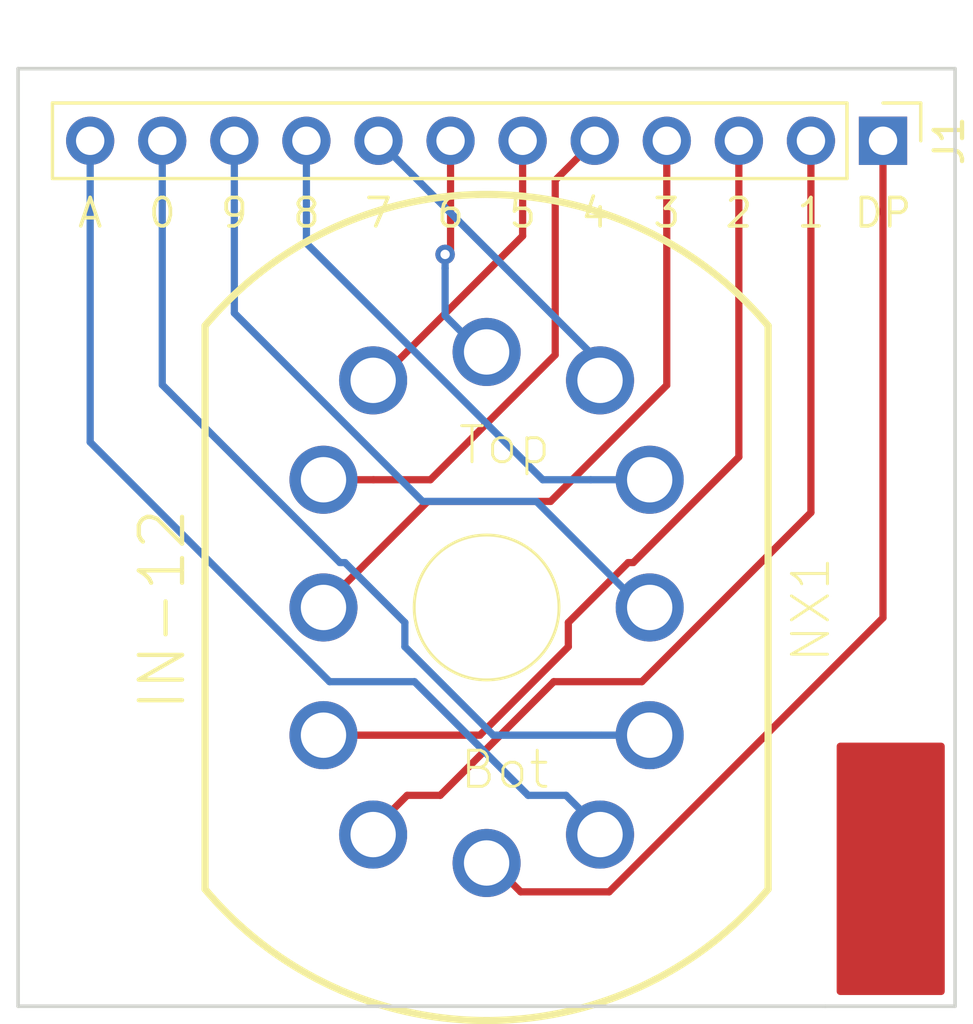
<source format=kicad_pcb>
(kicad_pcb (version 20170123) (host pcbnew "(2017-03-27 revision c7c172d36)-makepkg")

  (general
    (links 12)
    (no_connects 0)
    (area 113.4985 53.257666 148.2565 90.144442)
    (thickness 1.6)
    (drawings 18)
    (tracks 64)
    (zones 0)
    (modules 3)
    (nets 13)
  )

  (page A4)
  (layers
    (0 F.Cu signal)
    (31 B.Cu signal)
    (32 B.Adhes user)
    (33 F.Adhes user)
    (34 B.Paste user)
    (35 F.Paste user)
    (36 B.SilkS user)
    (37 F.SilkS user)
    (38 B.Mask user)
    (39 F.Mask user)
    (40 Dwgs.User user)
    (41 Cmts.User user)
    (42 Eco1.User user)
    (43 Eco2.User user)
    (44 Edge.Cuts user)
    (45 Margin user)
    (46 B.CrtYd user)
    (47 F.CrtYd user)
    (48 B.Fab user)
    (49 F.Fab user)
  )

  (setup
    (last_trace_width 0.254)
    (user_trace_width 0.1524)
    (user_trace_width 0.2)
    (user_trace_width 0.25)
    (user_trace_width 0.3)
    (user_trace_width 0.4)
    (user_trace_width 0.5)
    (user_trace_width 0.6)
    (user_trace_width 0.8)
    (user_trace_width 1)
    (user_trace_width 1.2)
    (user_trace_width 1.5)
    (user_trace_width 2)
    (trace_clearance 0.254)
    (zone_clearance 0.1524)
    (zone_45_only no)
    (trace_min 0.1524)
    (segment_width 0.127)
    (edge_width 0.127)
    (via_size 0.6858)
    (via_drill 0.3302)
    (via_min_size 0.6858)
    (via_min_drill 0.3302)
    (uvia_size 0.508)
    (uvia_drill 0.127)
    (uvias_allowed no)
    (uvia_min_size 0.508)
    (uvia_min_drill 0.127)
    (pcb_text_width 0.127)
    (pcb_text_size 0.6 0.6)
    (mod_edge_width 0.127)
    (mod_text_size 0.6 0.6)
    (mod_text_width 0.127)
    (pad_size 1.524 1.524)
    (pad_drill 0.762)
    (pad_to_mask_clearance 0.05)
    (pad_to_paste_clearance -0.04)
    (aux_axis_origin 0 0)
    (visible_elements 7FFFFF7F)
    (pcbplotparams
      (layerselection 0x3ffff_80000001)
      (usegerberextensions true)
      (usegerberattributes true)
      (excludeedgelayer true)
      (linewidth 0.127000)
      (plotframeref false)
      (viasonmask false)
      (mode 1)
      (useauxorigin false)
      (hpglpennumber 1)
      (hpglpenspeed 20)
      (hpglpendiameter 15)
      (psnegative false)
      (psa4output false)
      (plotreference true)
      (plotvalue true)
      (plotinvisibletext false)
      (padsonsilk false)
      (subtractmaskfromsilk false)
      (outputformat 1)
      (mirror false)
      (drillshape 0)
      (scaleselection 1)
      (outputdirectory CAM/))
  )

  (net 0 "")
  (net 1 "Net-(J1-Pad1)")
  (net 2 "Net-(J1-Pad11)")
  (net 3 "Net-(J1-Pad10)")
  (net 4 "Net-(J1-Pad9)")
  (net 5 "Net-(J1-Pad8)")
  (net 6 "Net-(J1-Pad7)")
  (net 7 "Net-(J1-Pad6)")
  (net 8 "Net-(J1-Pad5)")
  (net 9 "Net-(J1-Pad4)")
  (net 10 "Net-(J1-Pad3)")
  (net 11 "Net-(J1-Pad2)")
  (net 12 "Net-(J1-Pad12)")

  (net_class Default "Dit is de standaard class."
    (clearance 0.254)
    (trace_width 0.254)
    (via_dia 0.6858)
    (via_drill 0.3302)
    (uvia_dia 0.508)
    (uvia_drill 0.127)
    (add_net "Net-(J1-Pad1)")
    (add_net "Net-(J1-Pad10)")
    (add_net "Net-(J1-Pad11)")
    (add_net "Net-(J1-Pad12)")
    (add_net "Net-(J1-Pad2)")
    (add_net "Net-(J1-Pad3)")
    (add_net "Net-(J1-Pad4)")
    (add_net "Net-(J1-Pad5)")
    (add_net "Net-(J1-Pad6)")
    (add_net "Net-(J1-Pad7)")
    (add_net "Net-(J1-Pad8)")
    (add_net "Net-(J1-Pad9)")
  )

  (net_class 0.2mm ""
    (clearance 0.2)
    (trace_width 0.2)
    (via_dia 0.6858)
    (via_drill 0.3302)
    (uvia_dia 0.508)
    (uvia_drill 0.127)
  )

  (net_class Minimal ""
    (clearance 0.1524)
    (trace_width 0.1524)
    (via_dia 0.6858)
    (via_drill 0.3302)
    (uvia_dia 0.508)
    (uvia_drill 0.127)
  )

  (module nixies-us:nixies-us-IN-12-DSUB (layer F.Cu) (tedit 200000) (tstamp 58ED84FF)
    (at 130.81 74.85634)
    (descr "FOR USE WITH FEMALE D-SUB PINS")
    (tags "FOR USE WITH FEMALE D-SUB PINS")
    (path /58ED7F1E)
    (attr virtual)
    (fp_text reference NX1 (at 11.43 0.07366 90) (layer F.SilkS)
      (effects (font (size 1.27 1.27) (thickness 0.1016)))
    )
    (fp_text value IN-12 (at -11.43 0.07366 -90) (layer F.SilkS)
      (effects (font (thickness 0.15)))
    )
    (fp_text user Top (at 0.635 -5.715) (layer F.SilkS)
      (effects (font (size 1.27 1.27) (thickness 0.1016)))
    )
    (fp_text user Bot (at 0.635 5.715) (layer F.SilkS)
      (effects (font (size 1.27 1.27) (thickness 0.1016)))
    )
    (fp_arc (start 0 -1.59512) (end -9.92124 -9.92124) (angle 100) (layer F.SilkS) (width 0.254))
    (fp_arc (start 0 1.59512) (end 9.92124 9.92124) (angle 100) (layer F.SilkS) (width 0.254))
    (fp_circle (center 0 0) (end 0 -2.54) (layer F.SilkS) (width 0.127))
    (fp_line (start -9.92124 9.92124) (end -9.92124 -9.92124) (layer F.SilkS) (width 0.254))
    (fp_line (start 9.92124 -9.92124) (end 9.92124 9.92124) (layer F.SilkS) (width 0.254))
    (pad "" np_thru_hole circle (at 0 0) (size 4.99872 4.99872) (drill 4.99872) (layers *.Cu *.Mask))
    (pad LHDP thru_hole circle (at 0 8.99922) (size 2.39776 2.39776) (drill 1.59766) (layers *.Cu *.Paste *.Mask)
      (net 1 "Net-(J1-Pad1)"))
    (pad A thru_hole circle (at 3.99796 7.99846) (size 2.39776 2.39776) (drill 1.59766) (layers *.Cu *.Paste *.Mask)
      (net 12 "Net-(J1-Pad12)"))
    (pad 9 thru_hole circle (at 5.74802 0) (size 2.39776 2.39776) (drill 1.59766) (layers *.Cu *.Paste *.Mask)
      (net 3 "Net-(J1-Pad10)"))
    (pad 8 thru_hole circle (at 5.74802 -4.49834) (size 2.39776 2.39776) (drill 1.59766) (layers *.Cu *.Paste *.Mask)
      (net 4 "Net-(J1-Pad9)"))
    (pad 7 thru_hole circle (at 3.99796 -7.99846) (size 2.39776 2.39776) (drill 1.59766) (layers *.Cu *.Paste *.Mask)
      (net 5 "Net-(J1-Pad8)"))
    (pad 6 thru_hole circle (at 0 -8.99922) (size 2.39776 2.39776) (drill 1.59766) (layers *.Cu *.Paste *.Mask)
      (net 6 "Net-(J1-Pad7)"))
    (pad 5 thru_hole circle (at -3.99796 -7.99846) (size 2.39776 2.39776) (drill 1.59766) (layers *.Cu *.Paste *.Mask)
      (net 7 "Net-(J1-Pad6)"))
    (pad 4 thru_hole circle (at -5.74802 -4.49834) (size 2.39776 2.39776) (drill 1.59766) (layers *.Cu *.Paste *.Mask)
      (net 8 "Net-(J1-Pad5)"))
    (pad 3 thru_hole circle (at -5.74802 0) (size 2.39776 2.39776) (drill 1.59766) (layers *.Cu *.Paste *.Mask)
      (net 9 "Net-(J1-Pad4)"))
    (pad 2 thru_hole circle (at -5.74802 4.49834) (size 2.39776 2.39776) (drill 1.59766) (layers *.Cu *.Paste *.Mask)
      (net 10 "Net-(J1-Pad3)"))
    (pad 1 thru_hole circle (at -3.99796 7.99846) (size 2.39776 2.39776) (drill 1.59766) (layers *.Cu *.Paste *.Mask)
      (net 11 "Net-(J1-Pad2)"))
    (pad 0 thru_hole circle (at 5.74802 4.49834) (size 2.39776 2.39776) (drill 1.59766) (layers *.Cu *.Paste *.Mask)
      (net 2 "Net-(J1-Pad11)"))
  )

  (module logos:mermaid_s (layer F.Cu) (tedit 0) (tstamp 58E319AD)
    (at 145.051442 87.236728 90)
    (fp_text reference G*** (at 0 0 90) (layer F.SilkS) hide
      (effects (font (thickness 0.3)))
    )
    (fp_text value LOGO (at 0.75 0 90) (layer F.SilkS) hide
      (effects (font (thickness 0.3)))
    )
    (fp_poly (pts (xy -0.395552 -0.990065) (xy -0.402167 -0.973667) (xy -0.440208 -0.933282) (xy -0.446999 -0.931333)
      (xy -0.465181 -0.964086) (xy -0.465667 -0.973667) (xy -0.433123 -1.014373) (xy -0.420835 -1.016)
      (xy -0.395552 -0.990065)) (layer F.Mask) (width 0.01))
    (fp_poly (pts (xy 0.211667 -1.4605) (xy 0.1905 -1.439333) (xy 0.169333 -1.4605) (xy 0.1905 -1.481667)
      (xy 0.211667 -1.4605)) (layer F.Mask) (width 0.01))
    (fp_poly (pts (xy -0.017713 -1.451658) (xy -0.024346 -1.431997) (xy -0.011754 -1.355046) (xy 0.03905 -1.314091)
      (xy 0.105869 -1.288538) (xy 0.126535 -1.318565) (xy 0.127 -1.332011) (xy 0.104598 -1.389296)
      (xy 0.084667 -1.397) (xy 0.044638 -1.430018) (xy 0.042333 -1.445895) (xy 0.067487 -1.458974)
      (xy 0.125307 -1.419699) (xy 0.227072 -1.366399) (xy 0.347557 -1.370105) (xy 0.482486 -1.377804)
      (xy 0.564872 -1.332497) (xy 0.611046 -1.238042) (xy 0.615782 -1.152348) (xy 0.574393 -1.117086)
      (xy 0.531808 -1.07544) (xy 0.5194 -0.982706) (xy 0.523366 -0.906506) (xy 0.568877 -0.736147)
      (xy 0.664977 -0.613893) (xy 0.798344 -0.554855) (xy 0.836083 -0.551742) (xy 0.910495 -0.537323)
      (xy 0.931333 -0.515056) (xy 0.899038 -0.481277) (xy 0.814615 -0.490039) (xy 0.69676 -0.537488)
      (xy 0.625258 -0.578178) (xy 0.526273 -0.638279) (xy 0.461937 -0.673499) (xy 0.451463 -0.677333)
      (xy 0.439765 -0.638836) (xy 0.424637 -0.538138) (xy 0.410045 -0.403924) (xy 0.356903 -0.117746)
      (xy 0.250444 0.116037) (xy 0.081391 0.310442) (xy -0.159533 0.478488) (xy -0.255351 0.529851)
      (xy -0.422242 0.625379) (xy -0.53845 0.714606) (xy -0.590953 0.787135) (xy -0.592667 0.79921)
      (xy -0.557691 0.834062) (xy -0.470201 0.883553) (xy -0.433231 0.900715) (xy -0.285295 1.000196)
      (xy -0.176884 1.138658) (xy -0.127972 1.289282) (xy -0.127 1.311901) (xy -0.127 1.404238)
      (xy -0.318048 1.29746) (xy -0.509095 1.190681) (xy -0.608614 1.386501) (xy -0.667831 1.497888)
      (xy -0.70447 1.542937) (xy -0.732508 1.531679) (xy -0.756233 1.492443) (xy -0.801189 1.322455)
      (xy -0.779159 1.11728) (xy -0.691714 0.891413) (xy -0.690891 0.889825) (xy -0.624307 0.771369)
      (xy -0.553868 0.676296) (xy -0.461612 0.586553) (xy -0.329574 0.484086) (xy -0.187075 0.38348)
      (xy -0.010531 0.215809) (xy 0.093572 0.005965) (xy 0.127 -0.244106) (xy 0.147626 -0.431046)
      (xy 0.211667 -0.561885) (xy 0.27146 -0.661422) (xy 0.295392 -0.747511) (xy 0.287771 -0.792184)
      (xy 0.25723 -0.774061) (xy 0.214988 -0.722112) (xy 0.148981 -0.610429) (xy 0.092273 -0.47351)
      (xy 0.086864 -0.456307) (xy 0.048782 -0.360059) (xy 0.012238 -0.315305) (xy 0.002523 -0.315941)
      (xy -0.004373 -0.365518) (xy 0.022844 -0.466877) (xy 0.075226 -0.598904) (xy 0.143826 -0.740481)
      (xy 0.219694 -0.870495) (xy 0.263951 -0.932856) (xy 0.328187 -1.03533) (xy 0.332943 -1.090236)
      (xy 0.285688 -1.088034) (xy 0.195329 -1.020537) (xy 0.100291 -0.955919) (xy 0.016321 -0.931333)
      (xy -0.077816 -0.908623) (xy -0.1156 -0.883467) (xy -0.150601 -0.864113) (xy -0.151589 -0.915217)
      (xy -0.105474 -0.981578) (xy -0.038106 -0.994833) (xy 0.045887 -1.014989) (xy 0.064791 -1.060275)
      (xy 0.023333 -1.107921) (xy -0.067106 -1.134579) (xy -0.196054 -1.121789) (xy -0.270849 -1.06286)
      (xy -0.279645 -0.971473) (xy -0.255235 -0.917313) (xy -0.219819 -0.855796) (xy -0.23329 -0.855642)
      (xy -0.262749 -0.878939) (xy -0.32591 -0.909439) (xy -0.380567 -0.868356) (xy -0.466824 -0.813624)
      (xy -0.557726 -0.827672) (xy -0.633585 -0.898184) (xy -0.671508 -1.003913) (xy -0.628232 -1.003913)
      (xy -0.615601 -0.940942) (xy -0.596019 -0.914206) (xy -0.511899 -0.852477) (xy -0.433623 -0.874539)
      (xy -0.363645 -0.979584) (xy -0.358079 -0.992503) (xy -0.297796 -1.102104) (xy -0.230636 -1.177985)
      (xy -0.222656 -1.183388) (xy -0.193146 -1.210011) (xy -0.228887 -1.220398) (xy -0.337319 -1.217468)
      (xy -0.467018 -1.200058) (xy -0.544359 -1.156793) (xy -0.589271 -1.094123) (xy -0.628232 -1.003913)
      (xy -0.671508 -1.003913) (xy -0.674712 -1.012845) (xy -0.677333 -1.053978) (xy -0.638765 -1.192271)
      (xy -0.533765 -1.298485) (xy -0.378387 -1.359624) (xy -0.287889 -1.369209) (xy -0.149659 -1.387645)
      (xy -0.059705 -1.430579) (xy -0.052813 -1.437922) (xy -0.014628 -1.479642) (xy -0.017713 -1.451658)) (layer F.Mask) (width 0.01))
  )

  (module Pin_Headers:Pin_Header_Straight_1x12_Pitch2.54mm (layer F.Cu) (tedit 58E2EBB1) (tstamp 58E2D350)
    (at 144.78 58.42 270)
    (descr "Through hole straight pin header, 1x12, 2.54mm pitch, single row")
    (tags "Through hole pin header THT 1x12 2.54mm single row")
    (path /58E2D1EA)
    (fp_text reference J1 (at 0 -2.33 270) (layer F.SilkS)
      (effects (font (size 1 1) (thickness 0.15)))
    )
    (fp_text value CONN_01X12 (at 0 30.27 270) (layer F.Fab)
      (effects (font (size 1 1) (thickness 0.15)))
    )
    (fp_text user %R (at 0 -2.33 270) (layer F.Fab)
      (effects (font (size 1 1) (thickness 0.15)))
    )
    (fp_line (start 1.8 -1.8) (end -1.8 -1.8) (layer F.CrtYd) (width 0.05))
    (fp_line (start 1.8 29.75) (end 1.8 -1.8) (layer F.CrtYd) (width 0.05))
    (fp_line (start -1.8 29.75) (end 1.8 29.75) (layer F.CrtYd) (width 0.05))
    (fp_line (start -1.8 -1.8) (end -1.8 29.75) (layer F.CrtYd) (width 0.05))
    (fp_line (start -1.33 -1.33) (end 0 -1.33) (layer F.SilkS) (width 0.12))
    (fp_line (start -1.33 0) (end -1.33 -1.33) (layer F.SilkS) (width 0.12))
    (fp_line (start 1.33 1.27) (end -1.33 1.27) (layer F.SilkS) (width 0.12))
    (fp_line (start 1.33 29.27) (end 1.33 1.27) (layer F.SilkS) (width 0.12))
    (fp_line (start -1.33 29.27) (end 1.33 29.27) (layer F.SilkS) (width 0.12))
    (fp_line (start -1.33 1.27) (end -1.33 29.27) (layer F.SilkS) (width 0.12))
    (fp_line (start 1.27 -1.27) (end -1.27 -1.27) (layer F.Fab) (width 0.1))
    (fp_line (start 1.27 29.21) (end 1.27 -1.27) (layer F.Fab) (width 0.1))
    (fp_line (start -1.27 29.21) (end 1.27 29.21) (layer F.Fab) (width 0.1))
    (fp_line (start -1.27 -1.27) (end -1.27 29.21) (layer F.Fab) (width 0.1))
    (pad 12 thru_hole oval (at 0 27.94 270) (size 1.7 1.7) (drill 1) (layers *.Cu *.Mask)
      (net 12 "Net-(J1-Pad12)"))
    (pad 11 thru_hole oval (at 0 25.4 270) (size 1.7 1.7) (drill 1) (layers *.Cu *.Mask)
      (net 2 "Net-(J1-Pad11)"))
    (pad 10 thru_hole oval (at 0 22.86 270) (size 1.7 1.7) (drill 1) (layers *.Cu *.Mask)
      (net 3 "Net-(J1-Pad10)"))
    (pad 9 thru_hole oval (at 0 20.32 270) (size 1.7 1.7) (drill 1) (layers *.Cu *.Mask)
      (net 4 "Net-(J1-Pad9)"))
    (pad 8 thru_hole oval (at 0 17.78 270) (size 1.7 1.7) (drill 1) (layers *.Cu *.Mask)
      (net 5 "Net-(J1-Pad8)"))
    (pad 7 thru_hole oval (at 0 15.24 270) (size 1.7 1.7) (drill 1) (layers *.Cu *.Mask)
      (net 6 "Net-(J1-Pad7)"))
    (pad 6 thru_hole oval (at 0 12.7 270) (size 1.7 1.7) (drill 1) (layers *.Cu *.Mask)
      (net 7 "Net-(J1-Pad6)"))
    (pad 5 thru_hole oval (at 0 10.16 270) (size 1.7 1.7) (drill 1) (layers *.Cu *.Mask)
      (net 8 "Net-(J1-Pad5)"))
    (pad 4 thru_hole oval (at 0 7.62 270) (size 1.7 1.7) (drill 1) (layers *.Cu *.Mask)
      (net 9 "Net-(J1-Pad4)"))
    (pad 3 thru_hole oval (at 0 5.08 270) (size 1.7 1.7) (drill 1) (layers *.Cu *.Mask)
      (net 10 "Net-(J1-Pad3)"))
    (pad 2 thru_hole oval (at 0 2.54 270) (size 1.7 1.7) (drill 1) (layers *.Cu *.Mask)
      (net 11 "Net-(J1-Pad2)"))
    (pad 1 thru_hole rect (at 0 0 270) (size 1.7 1.7) (drill 1) (layers *.Cu *.Mask)
      (net 1 "Net-(J1-Pad1)"))
    (model ${KISYS3DMOD}/Pin_Headers.3dshapes/Pin_Header_Straight_1x12_Pitch2.54mm.wrl
      (at (xyz 0 -0.55 0))
      (scale (xyz 1 1 1))
      (rotate (xyz 0 0 90))
    )
  )

  (gr_text "nixies.us\n" (at 145.051442 83.426728 90) (layer F.Mask)
    (effects (font (size 2 1) (thickness 0.127)))
  )
  (gr_text DP (at 144.78 60.96) (layer F.SilkS)
    (effects (font (size 1 1) (thickness 0.127)))
  )
  (gr_text 1 (at 142.24 60.96) (layer F.SilkS)
    (effects (font (size 1 1) (thickness 0.127)))
  )
  (gr_text 2 (at 139.7 60.96) (layer F.SilkS)
    (effects (font (size 1 1) (thickness 0.127)))
  )
  (gr_text 3 (at 137.16 60.96) (layer F.SilkS)
    (effects (font (size 1 1) (thickness 0.127)))
  )
  (gr_text 4 (at 134.62 60.96) (layer F.SilkS)
    (effects (font (size 1 1) (thickness 0.127)))
  )
  (gr_text 5 (at 132.08 60.96) (layer F.SilkS)
    (effects (font (size 1 1) (thickness 0.127)))
  )
  (gr_text 6 (at 129.54 60.96) (layer F.SilkS)
    (effects (font (size 1 1) (thickness 0.127)))
  )
  (gr_text 7 (at 127 60.96) (layer F.SilkS)
    (effects (font (size 1 1) (thickness 0.127)))
  )
  (gr_text 8 (at 124.46 60.96) (layer F.SilkS)
    (effects (font (size 1 1) (thickness 0.127)))
  )
  (gr_text 9 (at 121.92 60.96) (layer F.SilkS)
    (effects (font (size 1 1) (thickness 0.127)))
  )
  (gr_text 0 (at 119.38 60.96) (layer F.SilkS)
    (effects (font (size 1 1) (thickness 0.127)))
  )
  (gr_text A (at 116.84 60.96) (layer F.SilkS)
    (effects (font (size 1 1) (thickness 0.127)))
  )
  (gr_line (start 142.74 88.9) (end 142.74 88.9) (layer Edge.Cuts) (width 0.127) (tstamp 58E2D45F))
  (gr_line (start 147.32 88.9) (end 114.3 88.9) (layer Edge.Cuts) (width 0.127))
  (gr_line (start 147.32 55.88) (end 147.32 88.9) (layer Edge.Cuts) (width 0.127))
  (gr_line (start 114.3 55.88) (end 147.32 55.88) (layer Edge.Cuts) (width 0.127))
  (gr_line (start 114.3 88.9) (end 114.3 55.88) (layer Edge.Cuts) (width 0.127))

  (segment (start 144.78 58.42) (end 144.78 75.220985) (width 0.254) (layer F.Cu) (net 1))
  (segment (start 144.78 75.220985) (end 135.129426 84.871559) (width 0.254) (layer F.Cu) (net 1))
  (segment (start 135.129426 84.871559) (end 132.008879 84.871559) (width 0.254) (layer F.Cu) (net 1))
  (segment (start 132.008879 84.871559) (end 130.81 83.67268) (width 0.254) (layer F.Cu) (net 1))
  (segment (start 119.38 58.42) (end 119.38 67.014245) (width 0.254) (layer B.Cu) (net 2))
  (segment (start 119.38 67.014245) (end 125.642214 73.276459) (width 0.254) (layer B.Cu) (net 2))
  (segment (start 125.642214 73.276459) (end 125.820324 73.276459) (width 0.254) (layer B.Cu) (net 2))
  (segment (start 125.820324 73.276459) (end 127.929639 75.385774) (width 0.254) (layer B.Cu) (net 2))
  (segment (start 131.045405 79.35468) (end 134.862548 79.35468) (width 0.254) (layer B.Cu) (net 2))
  (segment (start 127.929639 75.385774) (end 127.929639 76.238914) (width 0.254) (layer B.Cu) (net 2))
  (segment (start 127.929639 76.238914) (end 131.045405 79.35468) (width 0.254) (layer B.Cu) (net 2))
  (segment (start 134.862548 79.35468) (end 136.55802 79.35468) (width 0.254) (layer B.Cu) (net 2))
  (segment (start 134.479008 79.35468) (end 136.17448 79.35468) (width 0.254) (layer B.Cu) (net 2))
  (segment (start 131.045405 79.35468) (end 134.479008 79.35468) (width 0.254) (layer B.Cu) (net 2))
  (segment (start 121.92 64.486945) (end 128.553055 71.12) (width 0.254) (layer B.Cu) (net 3))
  (segment (start 128.553055 71.12) (end 132.56514 71.12) (width 0.254) (layer B.Cu) (net 3))
  (segment (start 132.56514 71.12) (end 136.30148 74.85634) (width 0.254) (layer B.Cu) (net 3))
  (segment (start 121.92 58.42) (end 121.92 64.486945) (width 0.254) (layer B.Cu) (net 3))
  (segment (start 124.46 58.42) (end 124.46 62.028225) (width 0.254) (layer B.Cu) (net 4))
  (segment (start 124.46 62.028225) (end 132.789775 70.358) (width 0.254) (layer B.Cu) (net 4))
  (segment (start 132.789775 70.358) (end 134.479008 70.358) (width 0.254) (layer B.Cu) (net 4))
  (segment (start 134.479008 70.358) (end 136.17448 70.358) (width 0.254) (layer B.Cu) (net 4))
  (segment (start 134.80796 66.22796) (end 134.80796 66.85788) (width 0.254) (layer B.Cu) (net 5))
  (segment (start 127 58.42) (end 134.80796 66.22796) (width 0.254) (layer B.Cu) (net 5))
  (segment (start 134.80796 66.22796) (end 134.80796 67.04076) (width 0.254) (layer B.Cu) (net 5))
  (segment (start 129.54 62.23) (end 129.348158 62.421842) (width 0.254) (layer F.Cu) (net 6))
  (segment (start 129.54 58.42) (end 129.54 62.23) (width 0.254) (layer F.Cu) (net 6))
  (segment (start 129.348158 64.578158) (end 129.348158 62.906775) (width 0.254) (layer B.Cu) (net 6))
  (segment (start 130.81 66.04) (end 129.348158 64.578158) (width 0.254) (layer B.Cu) (net 6))
  (segment (start 129.348158 62.906775) (end 129.348158 62.421842) (width 0.254) (layer B.Cu) (net 6))
  (via (at 129.348158 62.421842) (size 0.6858) (drill 0.3302) (layers F.Cu B.Cu) (net 6))
  (segment (start 132.08 58.42) (end 132.08 61.7728) (width 0.254) (layer F.Cu) (net 7))
  (segment (start 132.08 61.7728) (end 126.81204 67.04076) (width 0.254) (layer F.Cu) (net 7))
  (segment (start 134.62 58.42) (end 133.228079 59.811921) (width 0.254) (layer F.Cu) (net 8))
  (segment (start 133.228079 59.811921) (end 133.228079 65.960146) (width 0.254) (layer F.Cu) (net 8))
  (segment (start 133.228079 65.960146) (end 128.830225 70.358) (width 0.254) (layer F.Cu) (net 8))
  (segment (start 128.830225 70.358) (end 126.823492 70.358) (width 0.254) (layer F.Cu) (net 8))
  (segment (start 126.823492 70.358) (end 125.12802 70.358) (width 0.254) (layer F.Cu) (net 8))
  (segment (start 137.16 67.026945) (end 133.066945 71.12) (width 0.254) (layer F.Cu) (net 9))
  (segment (start 133.066945 71.12) (end 128.73736 71.12) (width 0.254) (layer F.Cu) (net 9))
  (segment (start 128.73736 71.12) (end 125.00102 74.85634) (width 0.254) (layer F.Cu) (net 9))
  (segment (start 137.16 58.42) (end 137.16 67.026945) (width 0.254) (layer F.Cu) (net 9))
  (segment (start 139.7 58.42) (end 139.7 69.554245) (width 0.254) (layer F.Cu) (net 10))
  (segment (start 139.7 69.554245) (end 135.977786 73.276459) (width 0.254) (layer F.Cu) (net 10))
  (segment (start 135.977786 73.276459) (end 135.799676 73.276459) (width 0.254) (layer F.Cu) (net 10))
  (segment (start 135.799676 73.276459) (end 133.690361 75.385774) (width 0.254) (layer F.Cu) (net 10))
  (segment (start 133.690361 75.385774) (end 133.690361 76.238914) (width 0.254) (layer F.Cu) (net 10))
  (segment (start 133.690361 76.238914) (end 130.574595 79.35468) (width 0.254) (layer F.Cu) (net 10))
  (segment (start 130.574595 79.35468) (end 126.757452 79.35468) (width 0.254) (layer F.Cu) (net 10))
  (segment (start 126.757452 79.35468) (end 125.06198 79.35468) (width 0.254) (layer F.Cu) (net 10))
  (segment (start 126.823492 79.35468) (end 125.12802 79.35468) (width 0.254) (layer F.Cu) (net 10))
  (segment (start 130.574595 79.35468) (end 126.823492 79.35468) (width 0.254) (layer F.Cu) (net 10))
  (segment (start 142.24 58.42) (end 142.24 71.512585) (width 0.254) (layer F.Cu) (net 11))
  (segment (start 142.24 71.512585) (end 136.282585 77.47) (width 0.254) (layer F.Cu) (net 11))
  (segment (start 136.282585 77.47) (end 133.177711 77.47) (width 0.254) (layer F.Cu) (net 11))
  (segment (start 133.177711 77.47) (end 129.17467 81.473041) (width 0.254) (layer F.Cu) (net 11))
  (segment (start 129.17467 81.473041) (end 128.010919 81.473041) (width 0.254) (layer F.Cu) (net 11))
  (segment (start 128.010919 81.473041) (end 126.81204 82.67192) (width 0.254) (layer F.Cu) (net 11))
  (segment (start 132.273041 81.473041) (end 133.609081 81.473041) (width 0.254) (layer B.Cu) (net 12))
  (segment (start 133.609081 81.473041) (end 134.80796 82.67192) (width 0.254) (layer B.Cu) (net 12))
  (segment (start 128.27 77.47) (end 132.273041 81.473041) (width 0.254) (layer B.Cu) (net 12))
  (segment (start 125.276455 77.47) (end 128.27 77.47) (width 0.254) (layer B.Cu) (net 12))
  (segment (start 116.84 58.42) (end 116.84 69.033545) (width 0.254) (layer B.Cu) (net 12))
  (segment (start 116.84 69.033545) (end 125.276455 77.47) (width 0.254) (layer B.Cu) (net 12))

  (zone (net 0) (net_name "") (layer F.Cu) (tstamp 0) (hatch edge 0.508)
    (connect_pads (clearance 0.1524))
    (min_thickness 0.254)
    (fill yes (arc_segments 16) (thermal_gap 0.508) (thermal_bridge_width 0.508))
    (polygon
      (pts
        (xy 146.956442 88.506728) (xy 143.146442 88.506728) (xy 143.146442 79.616728) (xy 146.956442 79.616728)
      )
    )
    (filled_polygon
      (pts
        (xy 146.829442 79.743728) (xy 146.829442 88.379728) (xy 143.273442 88.379728) (xy 143.273442 79.743728)
      )
    )
  )
)

</source>
